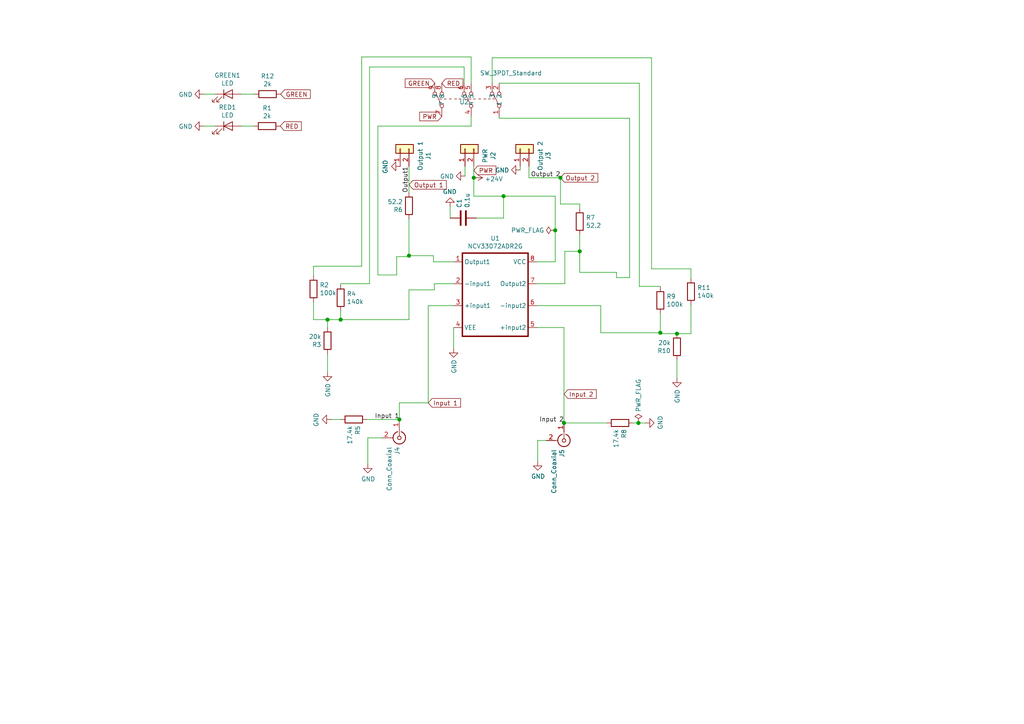
<source format=kicad_sch>
(kicad_sch (version 20210606) (generator eeschema)
  (paper "A4")
  (lib_symbols
    (symbol "Connector:Conn_Coaxial" (pin_names (offset 1.016) hide)
      (property "Reference" "J" (at 0.254 3.048 0))
      (property "Value" "Conn_Coaxial" (at 2.921 0 90))
      (symbol "Conn_Coaxial_0_1"
        (arc (start -1.778 0.508) (end 1.778 0) (radius (at -0.0508 0) (length 1.8034) (angles 163.6 0)) (stroke (width 0.254)))
        (arc (start 1.778 0) (end -1.778 -0.508) (radius (at -0.0254 0) (length 1.8034) (angles 0 -163.8)) (stroke (width 0.254)))
        (circle (center 0 0) (radius 0.508) (stroke (width 0.2032)))
        (polyline (pts (xy -2.54 0) (xy -0.508 0)))
        (polyline (pts (xy 0 -2.54) (xy 0 -1.778)))
      )
      (symbol "Conn_Coaxial_1_1"
        (pin passive line (at -5.08 0 0) (length 2.54) (name "In") (number "1"))
        (pin passive line (at 0 -5.08 90) (length 2.54) (name "Ext") (number "2"))
      )
    )
    (symbol "Connector_Generic:Conn_01x02" (pin_names (offset 1.016) hide)
      (property "Reference" "J" (at 0 2.54 0))
      (property "Value" "Conn_01x02" (at 0 -5.08 0))
      (symbol "Conn_01x02_1_1"
        (rectangle (start -1.27 -2.413) (end 0 -2.667) (stroke (width 0.1524)))
        (rectangle (start -1.27 0.127) (end 0 -0.127) (stroke (width 0.1524)))
        (rectangle (start -1.27 1.27) (end 1.27 -3.81) (stroke (width 0.254)) (fill (type background)))
        (pin passive line (at -5.08 0 0) (length 3.81) (name "Pin_1") (number "1"))
        (pin passive line (at -5.08 -2.54 0) (length 3.81) (name "Pin_2") (number "2"))
      )
    )
    (symbol "Device:C" (pin_numbers hide) (pin_names (offset 0.254))
      (property "Reference" "C" (at 0.635 2.54 0))
      (property "Value" "C" (at 0.635 -2.54 0))
      (symbol "C_0_1"
        (polyline (pts (xy -2.032 -0.762) (xy 2.032 -0.762)) (stroke (width 0.508)))
        (polyline (pts (xy -2.032 0.762) (xy 2.032 0.762)) (stroke (width 0.508)))
      )
      (symbol "C_1_1"
        (pin passive line (at 0 3.81 270) (length 2.794) (name "~") (number "1"))
        (pin passive line (at 0 -3.81 90) (length 2.794) (name "~") (number "2"))
      )
    )
    (symbol "Device:LED" (pin_numbers hide) (pin_names (offset 1.016) hide)
      (property "Reference" "D" (at 0 2.54 0))
      (property "Value" "LED" (at 0 -2.54 0))
      (symbol "LED_0_1"
        (polyline (pts (xy -1.27 -1.27) (xy -1.27 1.27)) (stroke (width 0.2032)))
        (polyline (pts (xy -1.27 0) (xy 1.27 0)))
        (polyline (pts (xy 1.27 -1.27) (xy 1.27 1.27) (xy -1.27 0) (xy 1.27 -1.27)) (stroke (width 0.2032)))
        (polyline (pts (xy -3.048 -0.762) (xy -4.572 -2.286) (xy -3.81 -2.286) (xy -4.572 -2.286) (xy -4.572 -1.524)))
        (polyline (pts (xy -1.778 -0.762) (xy -3.302 -2.286) (xy -2.54 -2.286) (xy -3.302 -2.286) (xy -3.302 -1.524)))
      )
      (symbol "LED_1_1"
        (pin passive line (at -3.81 0 0) (length 2.54) (name "K") (number "1"))
        (pin passive line (at 3.81 0 180) (length 2.54) (name "A") (number "2"))
      )
    )
    (symbol "Device:R" (pin_numbers hide) (pin_names (offset 0))
      (property "Reference" "R" (at 2.032 0 90))
      (property "Value" "R" (at 0 0 90))
      (symbol "R_0_1"
        (rectangle (start -1.016 -2.54) (end 1.016 2.54) (stroke (width 0.254)))
      )
      (symbol "R_1_1"
        (pin passive line (at 0 3.81 270) (length 1.27) (name "~") (number "1"))
        (pin passive line (at 0 -3.81 90) (length 1.27) (name "~") (number "2"))
      )
    )
    (symbol "OpAmp:NCV33072ADR2G"
      (property "Reference" "U" (at -0.254 -15.494 0))
      (property "Value" "NCV33072ADR2G" (at -0.254 13.208 0))
      (symbol "NCV33072ADR2G_0_0"
        (polyline (pts (xy -9.652 -12.446) (xy 9.398 -12.446)) (stroke (width 0.4064)))
        (polyline (pts (xy -9.652 11.684) (xy -9.652 -12.446)) (stroke (width 0.4064)))
        (polyline (pts (xy 9.398 -12.446) (xy 9.398 11.684)) (stroke (width 0.4064)))
        (polyline (pts (xy 9.398 11.684) (xy -9.652 11.684)) (stroke (width 0.4064)))
      )
      (symbol "NCV33072ADR2G_1_1"
        (pin output line (at -12.192 9.144 0) (length 2.54) (name "Output1") (number "1"))
        (pin input line (at -12.192 2.794 0) (length 2.54) (name "-input1") (number "2"))
        (pin input line (at -12.192 -3.556 0) (length 2.54) (name "+input1") (number "3"))
        (pin power_in line (at -12.192 -9.906 0) (length 2.54) (name "VEE") (number "4"))
        (pin input line (at 11.938 -9.906 180) (length 2.54) (name "+input2") (number "5"))
        (pin input line (at 11.938 -3.556 180) (length 2.54) (name "-input2") (number "6"))
        (pin output line (at 11.938 2.794 180) (length 2.54) (name "Output2") (number "7"))
        (pin power_in line (at 11.938 9.144 180) (length 2.54) (name "VCC") (number "8"))
      )
    )
    (symbol "Switch2:SW_DPDT_Standard"
      (property "Reference" "U2" (at -0.8954 6.4644 90))
      (property "Value" "SW_3PDT_Standard" (at 1.403 6.464 90))
      (symbol "SW_DPDT_Standard_0_0"
        (circle (center -2.032 -5.08) (radius 0.508))
        (circle (center -2.032 3.048) (radius 0.508))
        (circle (center -2.032 11.557) (radius 0.508))
        (circle (center 1.524 -5.08) (radius 0.508))
        (circle (center 1.524 -3.048) (radius 0.508))
        (circle (center 1.524 3.048) (radius 0.508))
        (circle (center 1.524 5.08) (radius 0.508))
        (circle (center 1.524 11.557) (radius 0.508))
        (circle (center 1.524 13.589) (radius 0.508))
        (polyline (pts (xy -1.524 -4.826) (xy 1.27 -3.556)))
        (polyline (pts (xy -1.524 3.302) (xy 1.27 4.572)))
        (polyline (pts (xy -1.524 11.811) (xy 1.27 13.081)))
        (polyline (pts (xy 0 -3.81) (xy 0 -3.175)))
        (polyline (pts (xy 0 -2.54) (xy 0 -1.905)))
        (polyline (pts (xy 0 -1.27) (xy 0 -0.635)))
        (polyline (pts (xy 0 0.254) (xy 0 0.889)))
        (polyline (pts (xy 0 1.778) (xy 0 2.413)))
        (polyline (pts (xy 0 3.048) (xy 0 3.683)))
        (polyline (pts (xy 0 4.699) (xy 0 5.334)))
        (polyline (pts (xy 0 5.969) (xy 0 6.604)))
        (polyline (pts (xy 0 7.239) (xy 0 7.874)))
        (polyline (pts (xy 0 8.763) (xy 0 9.398)))
        (polyline (pts (xy 0 10.287) (xy 0 10.922)))
        (polyline (pts (xy 0 11.557) (xy 0 12.192)))
      )
      (symbol "SW_DPDT_Standard_1_1"
        (pin passive line (at -5.08 -5.08 0) (length 2.54) (name "1") (number "1"))
        (pin passive line (at 4.572 -5.08 180) (length 2.54) (name "2") (number "2"))
        (pin passive line (at 4.572 -3.048 180) (length 2.54) (name "3") (number "3"))
        (pin passive line (at -5.08 3.048 0) (length 2.54) (name "4") (number "4"))
        (pin passive line (at 4.572 3.048 180) (length 2.54) (name "5") (number "5"))
        (pin passive line (at 4.572 5.08 180) (length 2.54) (name "6") (number "6"))
        (pin passive line (at -5.08 11.557 0) (length 2.54) (name "7") (number "7"))
        (pin passive line (at 4.572 11.557 180) (length 2.54) (name "8") (number "8"))
        (pin passive line (at 4.572 13.589 180) (length 2.54) (name "9") (number "9"))
      )
    )
    (symbol "power:+24V" (power) (pin_names (offset 0))
      (property "Value" "+24V" (at 0 3.556 0))
      (symbol "+24V_0_1"
        (polyline (pts (xy -0.762 1.27) (xy 0 2.54)))
        (polyline (pts (xy 0 0) (xy 0 2.54)))
        (polyline (pts (xy 0 2.54) (xy 0.762 1.27)))
      )
      (symbol "+24V_1_1"
        (pin power_in line (at 0 0 90) (length 0) hide (name "+24V") (number "1"))
      )
    )
    (symbol "power:GND" (power) (pin_names (offset 0))
      (property "Value" "GND" (at 0 -3.81 0))
      (symbol "GND_0_1"
        (polyline (pts (xy 0 0) (xy 0 -1.27) (xy 1.27 -1.27) (xy 0 -2.54) (xy -1.27 -1.27) (xy 0 -1.27)))
      )
      (symbol "GND_1_1"
        (pin power_in line (at 0 0 270) (length 0) hide (name "GND") (number "1"))
      )
    )
    (symbol "power:PWR_FLAG" (power) (pin_numbers hide) (pin_names (offset 0) hide)
      (property "Value" "PWR_FLAG" (at 0 3.81 0))
      (symbol "PWR_FLAG_0_0"
        (pin power_out line (at 0 0 90) (length 0) (name "pwr") (number "1"))
      )
      (symbol "PWR_FLAG_0_1"
        (polyline (pts (xy 0 0) (xy 0 1.27) (xy -1.016 1.905) (xy 0 2.54) (xy 1.016 1.905) (xy 0 1.27)))
      )
    )
  )
  (junction (at 94.996 92.71) (diameter 1.016))
  (junction (at 98.806 92.71) (diameter 1.016))
  (junction (at 115.824 121.666) (diameter 1.016))
  (junction (at 118.618 74.168) (diameter 1.016))
  (junction (at 137.414 51.562) (diameter 1.016))
  (junction (at 146.05 56.896) (diameter 1.016))
  (junction (at 161.036 66.802) (diameter 1.016))
  (junction (at 162.56 51.562) (diameter 1.016))
  (junction (at 163.576 122.682) (diameter 1.016))
  (junction (at 168.148 72.898) (diameter 1.016))
  (junction (at 185.166 122.682) (diameter 1.016))
  (junction (at 191.516 96.52) (diameter 1.016))
  (junction (at 196.342 96.774) (diameter 1.016))
  (wire (pts (xy 59.055 27.305) (xy 62.357 27.305)))
  (wire (pts (xy 59.055 36.576) (xy 62.357 36.576)))
  (wire (pts (xy 69.977 27.305) (xy 73.787 27.305)))
  (wire (pts (xy 69.977 36.576) (xy 73.66 36.576)))
  (wire (pts (xy 90.932 77.216) (xy 90.932 80.01)))
  (wire (pts (xy 90.932 77.216) (xy 104.902 77.216)))
  (wire (pts (xy 90.932 87.63) (xy 90.932 92.71)))
  (wire (pts (xy 90.932 92.71) (xy 94.996 92.71)))
  (wire (pts (xy 94.996 92.71) (xy 94.996 94.996)))
  (wire (pts (xy 94.996 92.71) (xy 98.806 92.71)))
  (wire (pts (xy 94.996 102.616) (xy 94.996 107.95)))
  (wire (pts (xy 96.012 121.666) (xy 98.806 121.666)))
  (wire (pts (xy 98.806 82.296) (xy 98.806 82.55)))
  (wire (pts (xy 98.806 82.296) (xy 107.188 82.296)))
  (wire (pts (xy 98.806 90.17) (xy 98.806 92.71)))
  (wire (pts (xy 98.806 92.71) (xy 118.618 92.71)))
  (wire (pts (xy 104.902 16.51) (xy 136.652 16.51)))
  (wire (pts (xy 104.902 77.216) (xy 104.902 16.51)))
  (wire (pts (xy 106.426 121.666) (xy 115.824 121.666)))
  (wire (pts (xy 106.68 127) (xy 106.68 134.62)))
  (wire (pts (xy 107.188 19.431) (xy 107.188 82.296)))
  (wire (pts (xy 107.188 19.431) (xy 134.62 19.431)))
  (wire (pts (xy 109.601 36.576) (xy 136.652 36.576)))
  (wire (pts (xy 109.601 79.756) (xy 109.601 36.576)))
  (wire (pts (xy 110.744 127) (xy 106.68 127)))
  (wire (pts (xy 115.062 74.422) (xy 115.062 79.756)))
  (wire (pts (xy 115.062 79.756) (xy 109.601 79.756)))
  (wire (pts (xy 115.824 116.84) (xy 115.824 121.666)))
  (wire (pts (xy 115.824 121.666) (xy 115.824 121.92)))
  (wire (pts (xy 118.618 48.26) (xy 118.618 55.88)))
  (wire (pts (xy 118.618 63.5) (xy 118.618 74.168)))
  (wire (pts (xy 118.618 74.168) (xy 118.618 74.422)))
  (wire (pts (xy 118.618 74.422) (xy 115.062 74.422)))
  (wire (pts (xy 118.618 84.074) (xy 118.618 92.71)))
  (wire (pts (xy 124.206 88.646) (xy 124.206 116.84)))
  (wire (pts (xy 124.206 88.646) (xy 131.572 88.646)))
  (wire (pts (xy 124.206 116.84) (xy 115.824 116.84)))
  (wire (pts (xy 125.73 74.168) (xy 118.618 74.168)))
  (wire (pts (xy 125.73 75.946) (xy 125.73 74.168)))
  (wire (pts (xy 125.984 82.296) (xy 125.984 84.074)))
  (wire (pts (xy 125.984 82.296) (xy 131.572 82.296)))
  (wire (pts (xy 125.984 84.074) (xy 118.618 84.074)))
  (wire (pts (xy 130.556 59.944) (xy 130.556 63.246)))
  (wire (pts (xy 131.572 75.946) (xy 125.73 75.946)))
  (wire (pts (xy 131.572 94.996) (xy 131.572 101.092)))
  (wire (pts (xy 134.62 19.431) (xy 134.62 24.13)))
  (wire (pts (xy 134.874 48.26) (xy 134.874 51.054)))
  (wire (pts (xy 136.652 16.51) (xy 136.652 24.13)))
  (wire (pts (xy 136.652 36.576) (xy 136.652 33.782)))
  (wire (pts (xy 137.414 51.562) (xy 137.414 48.26)))
  (wire (pts (xy 137.414 56.896) (xy 137.414 51.562)))
  (wire (pts (xy 138.176 63.246) (xy 146.05 63.246)))
  (wire (pts (xy 142.748 16.764) (xy 142.748 24.13)))
  (wire (pts (xy 144.78 34.29) (xy 144.78 33.782)))
  (wire (pts (xy 146.05 56.896) (xy 137.414 56.896)))
  (wire (pts (xy 146.05 63.246) (xy 146.05 56.896)))
  (wire (pts (xy 150.876 48.26) (xy 150.876 49.276)))
  (wire (pts (xy 153.416 51.562) (xy 153.416 48.26)))
  (wire (pts (xy 155.702 75.946) (xy 161.036 75.946)))
  (wire (pts (xy 155.702 82.296) (xy 163.83 82.296)))
  (wire (pts (xy 155.702 88.646) (xy 174.244 88.646)))
  (wire (pts (xy 155.702 94.996) (xy 163.576 94.996)))
  (wire (pts (xy 155.956 127.762) (xy 155.956 133.858)))
  (wire (pts (xy 158.496 127.762) (xy 155.956 127.762)))
  (wire (pts (xy 161.036 56.896) (xy 146.05 56.896)))
  (wire (pts (xy 161.036 66.802) (xy 161.036 56.896)))
  (wire (pts (xy 161.036 75.946) (xy 161.036 66.802)))
  (wire (pts (xy 162.56 51.562) (xy 153.416 51.562)))
  (wire (pts (xy 162.56 59.182) (xy 162.56 51.562)))
  (wire (pts (xy 162.814 51.562) (xy 162.56 51.562)))
  (wire (pts (xy 163.576 94.996) (xy 163.576 122.682)))
  (wire (pts (xy 163.576 122.682) (xy 176.022 122.682)))
  (wire (pts (xy 163.83 72.898) (xy 163.83 82.296)))
  (wire (pts (xy 163.83 72.898) (xy 168.148 72.898)))
  (wire (pts (xy 168.148 59.182) (xy 162.56 59.182)))
  (wire (pts (xy 168.148 60.452) (xy 168.148 59.182)))
  (wire (pts (xy 168.148 68.072) (xy 168.148 72.898)))
  (wire (pts (xy 168.148 72.898) (xy 168.148 78.994)))
  (wire (pts (xy 168.148 78.994) (xy 178.816 78.994)))
  (wire (pts (xy 174.244 88.646) (xy 174.244 96.52)))
  (wire (pts (xy 174.244 96.52) (xy 191.516 96.52)))
  (wire (pts (xy 178.816 78.994) (xy 178.816 80.518)))
  (wire (pts (xy 178.816 80.518) (xy 182.626 80.518)))
  (wire (pts (xy 182.626 34.29) (xy 144.78 34.29)))
  (wire (pts (xy 182.626 80.518) (xy 182.626 34.29)))
  (wire (pts (xy 185.166 122.682) (xy 183.642 122.682)))
  (wire (pts (xy 185.42 24.13) (xy 144.78 24.13)))
  (wire (pts (xy 185.42 83.058) (xy 185.42 24.13)))
  (wire (pts (xy 185.42 83.058) (xy 191.516 83.058)))
  (wire (pts (xy 187.198 122.682) (xy 185.166 122.682)))
  (wire (pts (xy 188.976 16.764) (xy 142.748 16.764)))
  (wire (pts (xy 188.976 77.978) (xy 188.976 16.764)))
  (wire (pts (xy 191.516 83.312) (xy 191.516 83.058)))
  (wire (pts (xy 191.516 90.932) (xy 191.516 96.52)))
  (wire (pts (xy 191.516 96.52) (xy 191.516 96.774)))
  (wire (pts (xy 191.516 96.774) (xy 196.342 96.774)))
  (wire (pts (xy 196.342 96.774) (xy 200.406 96.774)))
  (wire (pts (xy 196.342 109.728) (xy 196.342 104.394)))
  (wire (pts (xy 200.406 77.978) (xy 188.976 77.978)))
  (wire (pts (xy 200.406 77.978) (xy 200.406 80.772)))
  (wire (pts (xy 200.406 88.392) (xy 200.406 96.774)))
  (label "Input 1" (at 115.824 121.666 180))
  (label "Output1" (at 118.618 48.26 270))
  (label "Output 2" (at 162.56 51.562 180))
  (label "Input 2" (at 163.576 122.682 180))
  (global_label "RED" (shape input) (at 81.28 36.576 0) (property "Intersheet References" "${INTERSHEET_REFS}" (effects hide)))
  (global_label "GREEN" (shape input) (at 81.407 27.305 0) (property "Intersheet References" "${INTERSHEET_REFS}" (effects hide)))
  (global_label "Output 1" (shape input) (at 118.618 53.594 0) (property "Intersheet References" "${INTERSHEET_REFS}" (effects hide)))
  (global_label "Input 1" (shape input) (at 124.206 116.84 0) (property "Intersheet References" "${INTERSHEET_REFS}" (effects hide)))
  (global_label "GREEN" (shape input) (at 126.111 24.13 180) (property "Intersheet References" "${INTERSHEET_REFS}" (effects hide)))
  (global_label "RED" (shape input) (at 128.143 24.13 0) (property "Intersheet References" "${INTERSHEET_REFS}" (effects hide)))
  (global_label "PWR" (shape input) (at 128.143 33.782 180) (property "Intersheet References" "${INTERSHEET_REFS}" (effects hide)))
  (global_label "PWR" (shape input) (at 137.414 49.403 0) (property "Intersheet References" "${INTERSHEET_REFS}" (effects hide)))
  (global_label "Output 2" (shape input) (at 162.56 51.562 0) (property "Intersheet References" "${INTERSHEET_REFS}" (effects hide)))
  (global_label "Input 2" (shape input) (at 163.576 114.3 0) (property "Intersheet References" "${INTERSHEET_REFS}" (effects hide)))
  (symbol (lib_id "power:+24V") (at 137.414 51.562 270) (unit 1)
    (property "Reference" "#PWR0101" (effects hide))
    (property "Value" "+24V" (at 140.5891 51.9303 90) (effects (justify left)))
  )
  (symbol (lib_id "power:PWR_FLAG") (at 161.036 66.802 90) (unit 1)
    (property "Reference" "#FLG0101" (effects hide))
    (property "Value" "PWR_FLAG" (at 157.8609 66.802 90) (effects (justify left)))
  )
  (symbol (lib_id "power:PWR_FLAG") (at 185.166 122.682 0) (unit 1)
    (property "Reference" "#FLG0105" (effects hide))
    (property "Value" "PWR_FLAG" (at 185.166 119.5069 90) (effects (justify left)))
  )
  (symbol (lib_id "power:GND") (at 59.055 27.305 270) (unit 1)
    (property "Reference" "#PWR0102" (effects hide))
    (property "Value" "GND" (at 55.88 27.4193 90) (effects (justify right)))
  )
  (symbol (lib_id "power:GND") (at 59.055 36.576 270) (unit 1)
    (property "Reference" "#PWR0103" (effects hide))
    (property "Value" "GND" (at 55.88 36.6903 90) (effects (justify right)))
  )
  (symbol (lib_id "power:GND") (at 94.996 107.95 0) (unit 1)
    (property "Reference" "#PWR01" (effects hide))
    (property "Value" "GND" (at 95.1103 111.125 90) (effects (justify right)))
  )
  (symbol (lib_id "power:GND") (at 96.012 121.666 270) (unit 1)
    (property "Reference" "#PWR02" (effects hide))
    (property "Value" "GND" (at 91.6876 121.7803 0))
  )
  (symbol (lib_id "power:GND") (at 106.68 134.62 0) (unit 1)
    (property "Reference" "#PWR03" (effects hide))
    (property "Value" "GND" (at 106.7943 138.9444 0))
  )
  (symbol (lib_id "power:GND") (at 116.078 48.26 270) (unit 1)
    (property "Reference" "#PWR04" (effects hide))
    (property "Value" "GND" (at 111.7536 48.3743 0))
  )
  (symbol (lib_id "power:GND") (at 130.556 59.944 180) (unit 1)
    (property "Reference" "#PWR05" (effects hide))
    (property "Value" "GND" (at 130.4417 55.6196 0))
  )
  (symbol (lib_id "power:GND") (at 131.572 101.092 0) (unit 1)
    (property "Reference" "#PWR06" (effects hide))
    (property "Value" "GND" (at 131.6863 104.267 90) (effects (justify right)))
  )
  (symbol (lib_id "power:GND") (at 134.874 51.054 270) (unit 1)
    (property "Reference" "#PWR07" (effects hide))
    (property "Value" "GND" (at 131.699 51.1683 90) (effects (justify right)))
  )
  (symbol (lib_id "power:GND") (at 150.876 49.276 270) (unit 1)
    (property "Reference" "#PWR08" (effects hide))
    (property "Value" "GND" (at 147.701 49.3903 90) (effects (justify right)))
  )
  (symbol (lib_id "power:GND") (at 155.956 133.858 0) (unit 1)
    (property "Reference" "#PWR09" (effects hide))
    (property "Value" "GND" (at 156.0703 138.1824 0))
  )
  (symbol (lib_id "power:GND") (at 187.198 122.682 90) (unit 1)
    (property "Reference" "#PWR010" (effects hide))
    (property "Value" "GND" (at 191.5224 122.5677 0))
  )
  (symbol (lib_id "power:GND") (at 196.342 109.728 0) (unit 1)
    (property "Reference" "#PWR011" (effects hide))
    (property "Value" "GND" (at 196.4563 112.903 90) (effects (justify right)))
  )
  (symbol (lib_id "Device:R") (at 77.47 36.576 270) (unit 1)
    (property "Reference" "R1" (at 77.47 31.3498 90))
    (property "Value" "2k" (at 77.47 33.6485 90))
    (property "Footprint" "SparkfunResistors:0603" (effects hide))
  )
  (symbol (lib_id "Device:R") (at 77.597 27.305 270) (unit 1)
    (property "Reference" "R12" (at 77.597 22.0788 90))
    (property "Value" "2k" (at 77.597 24.3775 90))
    (property "Footprint" "SparkfunResistors:0603" (effects hide))
  )
  (symbol (lib_id "Device:R") (at 90.932 83.82 0) (unit 1)
    (property "Reference" "R2" (at 92.7101 82.6706 0) (effects (justify left)))
    (property "Value" "100k" (at 92.7101 84.9693 0) (effects (justify left)))
    (property "Footprint" "Resistor_SMD:R_0603_1608Metric_Pad0.98x0.95mm_HandSolder" (effects hide))
  )
  (symbol (lib_id "Device:R") (at 94.996 98.806 180) (unit 1)
    (property "Reference" "R3" (at 93.2179 99.9554 0) (effects (justify left)))
    (property "Value" "20k" (at 93.2179 97.6567 0) (effects (justify left)))
    (property "Footprint" "Resistor_SMD:R_0603_1608Metric_Pad0.98x0.95mm_HandSolder" (effects hide))
  )
  (symbol (lib_id "Device:R") (at 98.806 86.36 0) (unit 1)
    (property "Reference" "R4" (at 100.5841 85.2106 0) (effects (justify left)))
    (property "Value" "140k" (at 100.5841 87.5093 0) (effects (justify left)))
    (property "Footprint" "Resistor_SMD:R_0603_1608Metric_Pad0.98x0.95mm_HandSolder" (effects hide))
  )
  (symbol (lib_id "Device:R") (at 102.616 121.666 270) (unit 1)
    (property "Reference" "R5" (at 103.7654 123.4441 0) (effects (justify left)))
    (property "Value" "17.4k" (at 101.4667 123.4441 0) (effects (justify left)))
    (property "Footprint" "Resistor_SMD:R_0603_1608Metric_Pad0.98x0.95mm_HandSolder" (effects hide))
  )
  (symbol (lib_id "Device:R") (at 118.618 59.69 180) (unit 1)
    (property "Reference" "R6" (at 116.8399 60.8394 0) (effects (justify left)))
    (property "Value" "52.2" (at 116.8399 58.5407 0) (effects (justify left)))
    (property "Footprint" "Resistor_SMD:R_0603_1608Metric_Pad0.98x0.95mm_HandSolder" (effects hide))
    (property "Spice_Primitive" "R" (effects hide))
    (property "Spice_Model" "52.2" (effects hide))
    (property "Spice_Netlist_Enabled" "Y" (effects hide))
  )
  (symbol (lib_id "Device:R") (at 168.148 64.262 0) (unit 1)
    (property "Reference" "R7" (at 169.9261 63.1126 0) (effects (justify left)))
    (property "Value" "52.2" (at 169.926 65.411 0) (effects (justify left)))
    (property "Footprint" "Resistor_SMD:R_0603_1608Metric_Pad0.98x0.95mm_HandSolder" (effects hide))
  )
  (symbol (lib_id "Device:R") (at 179.832 122.682 270) (unit 1)
    (property "Reference" "R8" (at 180.9814 124.4601 0) (effects (justify left)))
    (property "Value" "17.4k" (at 178.6827 124.4601 0) (effects (justify left)))
    (property "Footprint" "Resistor_SMD:R_0603_1608Metric_Pad0.98x0.95mm_HandSolder" (effects hide))
  )
  (symbol (lib_id "Device:R") (at 191.516 87.122 0) (unit 1)
    (property "Reference" "R9" (at 193.2941 85.9726 0) (effects (justify left)))
    (property "Value" "100k" (at 193.2941 88.2713 0) (effects (justify left)))
    (property "Footprint" "Resistor_SMD:R_0603_1608Metric_Pad0.98x0.95mm_HandSolder" (effects hide))
  )
  (symbol (lib_id "Device:R") (at 196.342 100.584 180) (unit 1)
    (property "Reference" "R10" (at 194.5639 101.7334 0) (effects (justify left)))
    (property "Value" "20k" (at 194.5639 99.4347 0) (effects (justify left)))
    (property "Footprint" "Resistor_SMD:R_0603_1608Metric_Pad0.98x0.95mm_HandSolder" (effects hide))
  )
  (symbol (lib_id "Device:R") (at 200.406 84.582 0) (unit 1)
    (property "Reference" "R11" (at 202.1841 83.4326 0) (effects (justify left)))
    (property "Value" "140k" (at 202.1841 85.7313 0) (effects (justify left)))
    (property "Footprint" "Resistor_SMD:R_0603_1608Metric_Pad0.98x0.95mm_HandSolder" (effects hide))
  )
  (symbol (lib_id "Device:LED") (at 66.167 27.305 0) (unit 1)
    (property "Reference" "GREEN1" (at 65.9765 21.8502 0))
    (property "Value" "LED" (at 65.9765 24.1489 0))
    (property "Footprint" "SparkfunConnectors:1X02" (effects hide))
  )
  (symbol (lib_id "Device:LED") (at 66.167 36.576 0) (unit 1)
    (property "Reference" "RED1" (at 65.9765 31.1212 0))
    (property "Value" "LED" (at 65.9765 33.4199 0))
    (property "Footprint" "SparkfunConnectors:1X02" (effects hide))
  )
  (symbol (lib_id "Connector_Generic:Conn_01x02") (at 116.078 43.18 90) (unit 1)
    (property "Reference" "J1" (at 124.2 45.212 0))
    (property "Value" "Output 1" (at 121.901 45.212 0))
    (property "Footprint" "Connector_PinHeader_2.00mm:PinHeader_1x02_P2.00mm_Vertical" (effects hide))
  )
  (symbol (lib_id "Connector_Generic:Conn_01x02") (at 134.874 43.18 90) (unit 1)
    (property "Reference" "J2" (at 142.996 45.212 0))
    (property "Value" "PWR" (at 140.697 45.212 0))
    (property "Footprint" "Connector_PinHeader_2.00mm:PinHeader_1x02_P2.00mm_Vertical" (effects hide))
  )
  (symbol (lib_id "Connector_Generic:Conn_01x02") (at 150.876 43.18 90) (unit 1)
    (property "Reference" "J3" (at 158.998 45.212 0))
    (property "Value" "Output 2" (at 156.699 45.212 0))
    (property "Footprint" "Connector_PinHeader_2.00mm:PinHeader_1x02_P2.00mm_Vertical" (effects hide))
  )
  (symbol (lib_id "Device:C") (at 134.366 63.246 90) (unit 1)
    (property "Reference" "C1" (at 133.2166 60.3249 0) (effects (justify left)))
    (property "Value" "0.1u" (at 135.5153 60.3249 0) (effects (justify left)))
    (property "Footprint" "Capacitor_SMD:C_0603_1608Metric_Pad1.08x0.95mm_HandSolder" (effects hide))
  )
  (symbol (lib_id "Connector:Conn_Coaxial") (at 115.824 127 270) (unit 1)
    (property "Reference" "J4" (at 115.2081 129.5401 0) (effects (justify left)))
    (property "Value" "Conn_Coaxial" (at 112.9094 129.5401 0) (effects (justify left)))
    (property "Footprint" "Connector_Coaxial:031543110RFX" (effects hide))
    (property "Datasheet" " ~{}" (effects hide))
  )
  (symbol (lib_id "Connector:Conn_Coaxial") (at 163.576 127.762 270) (unit 1)
    (property "Reference" "J5" (at 162.9601 130.3021 0) (effects (justify left)))
    (property "Value" "Conn_Coaxial" (at 160.6614 130.3021 0) (effects (justify left)))
    (property "Footprint" "Connector_Coaxial:031543110RFX" (effects hide))
    (property "Datasheet" " ~{}" (effects hide))
  )
  (symbol (lib_id "Switch2:SW_DPDT_Standard") (at 139.7 28.702 90) (unit 1)
    (property "Reference" "U2" (at 133.2356 29.5974 90) (effects (justify right)))
    (property "Value" "SW_3PDT_Standard" (at 139.205 21.203 90) (effects (justify right)))
    (property "Footprint" "Switches:SW_1-1437575-7" (effects hide))
  )
  (symbol (lib_id "OpAmp:NCV33072ADR2G") (at 143.764 85.09 0) (unit 1)
    (property "Reference" "U1" (at 143.637 69.1196 0))
    (property "Value" "NCV33072ADR2G" (at 143.637 71.4183 0))
    (property "Footprint" "Chips:SOIC127P599X175-8N" (effects hide))
    (property "Spice_Primitive" "X" (effects hide))
    (property "Spice_Model" "MC33071#0" (effects hide))
    (property "Spice_Netlist_Enabled" "Y" (effects hide))
    (property "Spice_Lib_File" "/home/tim/projects/Electronics/SpiceModels/MC33071.mod" (effects hide))
  )
)
</source>
